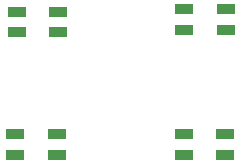
<source format=gbr>
%TF.GenerationSoftware,KiCad,Pcbnew,9.0.2*%
%TF.CreationDate,2025-06-23T15:15:27-04:00*%
%TF.ProjectId,GamePad,47616d65-5061-4642-9e6b-696361645f70,rev?*%
%TF.SameCoordinates,Original*%
%TF.FileFunction,Paste,Top*%
%TF.FilePolarity,Positive*%
%FSLAX46Y46*%
G04 Gerber Fmt 4.6, Leading zero omitted, Abs format (unit mm)*
G04 Created by KiCad (PCBNEW 9.0.2) date 2025-06-23 15:15:27*
%MOMM*%
%LPD*%
G01*
G04 APERTURE LIST*
%ADD10R,1.600000X0.850000*%
G04 APERTURE END LIST*
D10*
%TO.C,D4*%
X59560738Y-156700134D03*
X59560738Y-158450134D03*
X63060738Y-158450134D03*
X63060738Y-156700134D03*
%TD*%
%TO.C,D3*%
X59531250Y-167318750D03*
X59531250Y-169068750D03*
X63031250Y-169068750D03*
X63031250Y-167318750D03*
%TD*%
%TO.C,D2*%
X45243750Y-167318750D03*
X45243750Y-169068750D03*
X48743750Y-169068750D03*
X48743750Y-167318750D03*
%TD*%
%TO.C,D1*%
X45397821Y-156913431D03*
X45397821Y-158663431D03*
X48897821Y-158663431D03*
X48897821Y-156913431D03*
%TD*%
M02*

</source>
